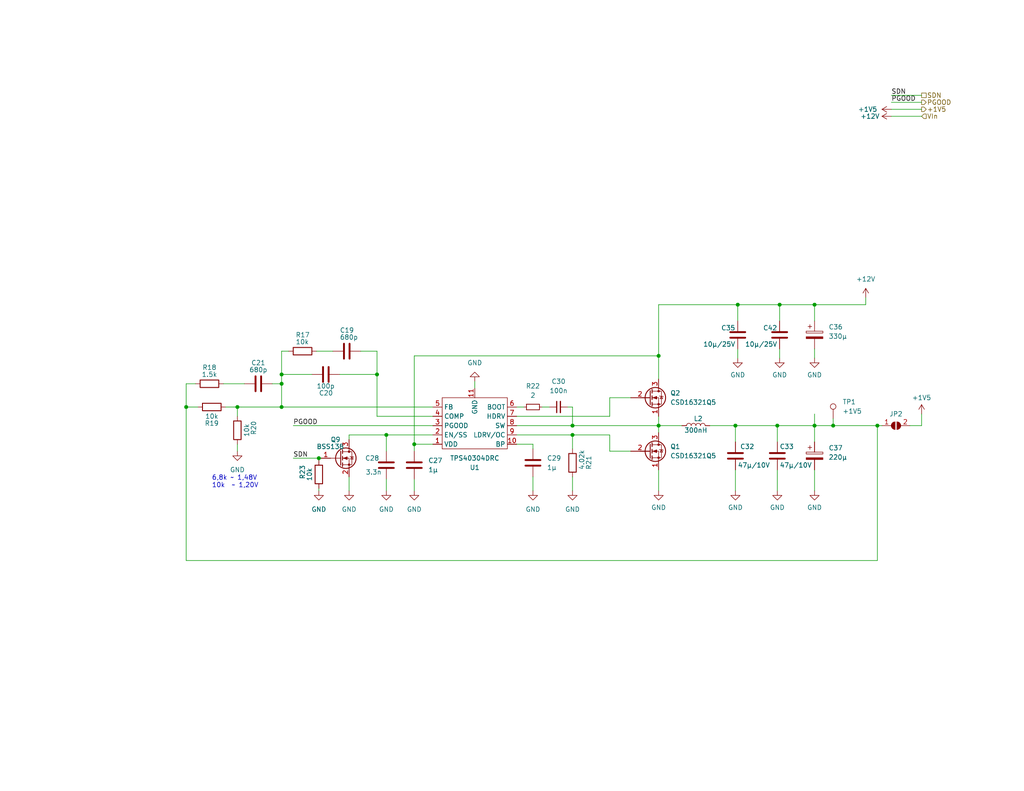
<source format=kicad_sch>
(kicad_sch (version 20230121) (generator eeschema)
  (paper "A")
  (title_block (title "BM1366 bitaxe") (date "2023-10-10") (rev "202"))
  (lib_symbols
    (symbol "Connector:TestPoint" (pin_numbers hide) (pin_names (offset 0.762) hide)
      (property "Reference" "TP" (at 0 6.858 0))
      (property "Value" "TestPoint" (at 0 5.08 0))
      (symbol "TestPoint_0_1"
        (circle (center 0 3.302) (radius 0.762))
      )
      (symbol "TestPoint_1_1"
        (pin passive line (at 0 0 90) (length 2.54) (name "1") (number "1"))
      )
    )
    (symbol "Device:C" (pin_numbers hide) (pin_names (offset 0.254))
      (property "Reference" "C" (at 0.635 2.54 0))
      (property "Value" "C" (at 0.635 -2.54 0))
      (symbol "C_0_1"
        (polyline (pts (xy -2.032 -0.762) (xy 2.032 -0.762)) (stroke (width 0.508)))
        (polyline (pts (xy -2.032 0.762) (xy 2.032 0.762)) (stroke (width 0.508)))
      )
      (symbol "C_1_1"
        (pin passive line (at 0 3.81 270) (length 2.794) (name "~") (number "1"))
        (pin passive line (at 0 -3.81 90) (length 2.794) (name "~") (number "2"))
      )
    )
    (symbol "Device:C_Polarized" (pin_numbers hide) (pin_names (offset 0.254))
      (property "Reference" "C" (at 0.635 2.54 0))
      (property "Value" "C_Polarized" (at 0.635 -2.54 0))
      (symbol "C_Polarized_0_1"
        (rectangle (start -2.286 0.508) (end 2.286 1.016))
        (polyline (pts (xy -1.778 2.286) (xy -0.762 2.286)))
        (polyline (pts (xy -1.27 2.794) (xy -1.27 1.778)))
        (rectangle (start 2.286 -0.508) (end -2.286 -1.016) (fill (type outline)))
      )
      (symbol "C_Polarized_1_1"
        (pin passive line (at 0 3.81 270) (length 2.794) (name "~") (number "1"))
        (pin passive line (at 0 -3.81 90) (length 2.794) (name "~") (number "2"))
      )
    )
    (symbol "Device:C_Small" (pin_numbers hide) (pin_names (offset 0.254) hide)
      (property "Reference" "C" (at 0.254 1.778 0))
      (property "Value" "C_Small" (at 0.254 -2.032 0))
      (symbol "C_Small_0_1"
        (polyline (pts (xy -1.524 -0.508) (xy 1.524 -0.508)) (stroke (width 0.3302)))
        (polyline (pts (xy -1.524 0.508) (xy 1.524 0.508)) (stroke (width 0.3048)))
      )
      (symbol "C_Small_1_1"
        (pin passive line (at 0 2.54 270) (length 2.032) (name "~") (number "1"))
        (pin passive line (at 0 -2.54 90) (length 2.032) (name "~") (number "2"))
      )
    )
    (symbol "Device:L" (pin_numbers hide) (pin_names (offset 1.016) hide)
      (property "Reference" "L" (at -1.27 0 90))
      (property "Value" "L" (at 1.905 0 90))
      (symbol "L_0_1"
        (arc (start 0 -2.54) (mid 0.6323 -1.905) (end 0 -1.27))
        (arc (start 0 -1.27) (mid 0.6323 -0.635) (end 0 0))
        (arc (start 0 0) (mid 0.6323 0.635) (end 0 1.27))
        (arc (start 0 1.27) (mid 0.6323 1.905) (end 0 2.54))
      )
      (symbol "L_1_1"
        (pin passive line (at 0 3.81 270) (length 1.27) (name "1") (number "1"))
        (pin passive line (at 0 -3.81 90) (length 1.27) (name "2") (number "2"))
      )
    )
    (symbol "Device:Q_NMOS_SGD" (pin_names (offset 0) hide)
      (property "Reference" "Q" (at 5.08 1.27 0))
      (property "Value" "Q_NMOS_SGD" (at 5.08 -1.27 0))
      (symbol "Q_NMOS_SGD_0_1"
        (polyline (pts (xy 0.254 0) (xy -2.54 0)))
        (polyline (pts (xy 0.254 1.905) (xy 0.254 -1.905)) (stroke (width 0.254)))
        (polyline (pts (xy 0.762 -1.27) (xy 0.762 -2.286)) (stroke (width 0.254)))
        (polyline (pts (xy 0.762 0.508) (xy 0.762 -0.508)) (stroke (width 0.254)))
        (polyline (pts (xy 0.762 2.286) (xy 0.762 1.27)) (stroke (width 0.254)))
        (polyline (pts (xy 2.54 2.54) (xy 2.54 1.778)))
        (polyline (pts (xy 2.54 -2.54) (xy 2.54 0) (xy 0.762 0)))
        (polyline (pts (xy 0.762 -1.778) (xy 3.302 -1.778) (xy 3.302 1.778) (xy 0.762 1.778)))
        (polyline (pts (xy 1.016 0) (xy 2.032 0.381) (xy 2.032 -0.381) (xy 1.016 0)) (fill (type outline)))
        (polyline (pts (xy 2.794 0.508) (xy 2.921 0.381) (xy 3.683 0.381) (xy 3.81 0.254)))
        (polyline (pts (xy 3.302 0.381) (xy 2.921 -0.254) (xy 3.683 -0.254) (xy 3.302 0.381)))
        (circle (center 1.651 0) (radius 2.794) (stroke (width 0.254)))
        (circle (center 2.54 -1.778) (radius 0.254) (fill (type outline)))
        (circle (center 2.54 1.778) (radius 0.254) (fill (type outline)))
      )
      (symbol "Q_NMOS_SGD_1_1"
        (pin passive line (at 2.54 -5.08 90) (length 2.54) (name "S") (number "1"))
        (pin input line (at -5.08 0 0) (length 5.08) (name "G") (number "2"))
        (pin passive line (at 2.54 5.08 270) (length 2.54) (name "D") (number "3"))
      )
    )
    (symbol "Device:R" (pin_numbers hide) (pin_names (offset 0))
      (property "Reference" "R" (at 2.032 0 90))
      (property "Value" "R" (at 0 0 90))
      (symbol "R_0_1"
        (rectangle (start -1.016 -2.54) (end 1.016 2.54) (stroke (width 0.254)))
      )
      (symbol "R_1_1"
        (pin passive line (at 0 3.81 270) (length 1.27) (name "~") (number "1"))
        (pin passive line (at 0 -3.81 90) (length 1.27) (name "~") (number "2"))
      )
    )
    (symbol "Device:R_Small" (pin_numbers hide) (pin_names (offset 0.254) hide)
      (property "Reference" "R" (at 0.762 0.508 0))
      (property "Value" "R_Small" (at 0.762 -1.016 0))
      (symbol "R_Small_0_1"
        (rectangle (start -0.762 1.778) (end 0.762 -1.778) (stroke (width 0.2032)))
      )
      (symbol "R_Small_1_1"
        (pin passive line (at 0 2.54 270) (length 0.762) (name "~") (number "1"))
        (pin passive line (at 0 -2.54 90) (length 0.762) (name "~") (number "2"))
      )
    )
    (symbol "Jumper:SolderJumper_2_Open" (pin_names (offset 0) hide)
      (property "Reference" "JP" (at 0 2.032 0))
      (property "Value" "SolderJumper_2_Open" (at 0 -2.54 0))
      (symbol "SolderJumper_2_Open_0_1"
        (arc (start -0.254 1.016) (mid -1.2656 0) (end -0.254 -1.016))
        (arc (start -0.254 1.016) (mid -1.2656 0) (end -0.254 -1.016) (fill (type outline)))
        (polyline (pts (xy -0.254 1.016) (xy -0.254 -1.016)))
        (polyline (pts (xy 0.254 1.016) (xy 0.254 -1.016)))
        (arc (start 0.254 -1.016) (mid 1.2656 0) (end 0.254 1.016))
        (arc (start 0.254 -1.016) (mid 1.2656 0) (end 0.254 1.016) (fill (type outline)))
      )
      (symbol "SolderJumper_2_Open_1_1"
        (pin passive line (at -3.81 0 0) (length 2.54) (name "A") (number "1"))
        (pin passive line (at 3.81 0 180) (length 2.54) (name "B") (number "2"))
      )
    )
    (symbol "Transistor_FET:BSS138" (pin_names hide)
      (property "Reference" "Q" (at 5.08 1.905 0))
      (property "Value" "BSS138" (at 5.08 0 0))
      (symbol "BSS138_0_1"
        (polyline (pts (xy 0.254 0) (xy -2.54 0)))
        (polyline (pts (xy 0.254 1.905) (xy 0.254 -1.905)) (stroke (width 0.254)))
        (polyline (pts (xy 0.762 -1.27) (xy 0.762 -2.286)) (stroke (width 0.254)))
        (polyline (pts (xy 0.762 0.508) (xy 0.762 -0.508)) (stroke (width 0.254)))
        (polyline (pts (xy 0.762 2.286) (xy 0.762 1.27)) (stroke (width 0.254)))
        (polyline (pts (xy 2.54 2.54) (xy 2.54 1.778)))
        (polyline (pts (xy 2.54 -2.54) (xy 2.54 0) (xy 0.762 0)))
        (polyline (pts (xy 0.762 -1.778) (xy 3.302 -1.778) (xy 3.302 1.778) (xy 0.762 1.778)))
        (polyline (pts (xy 1.016 0) (xy 2.032 0.381) (xy 2.032 -0.381) (xy 1.016 0)) (fill (type outline)))
        (polyline (pts (xy 2.794 0.508) (xy 2.921 0.381) (xy 3.683 0.381) (xy 3.81 0.254)))
        (polyline (pts (xy 3.302 0.381) (xy 2.921 -0.254) (xy 3.683 -0.254) (xy 3.302 0.381)))
        (circle (center 1.651 0) (radius 2.794) (stroke (width 0.254)))
        (circle (center 2.54 -1.778) (radius 0.254) (fill (type outline)))
        (circle (center 2.54 1.778) (radius 0.254) (fill (type outline)))
      )
      (symbol "BSS138_1_1"
        (pin input line (at -5.08 0 0) (length 2.54) (name "G") (number "1"))
        (pin passive line (at 2.54 -5.08 90) (length 2.54) (name "S") (number "2"))
        (pin passive line (at 2.54 5.08 270) (length 2.54) (name "D") (number "3"))
      )
    )
    (symbol "mylib7:TPS40304"
      (property "Reference" "U1" (at 0 11.43 0))
      (property "Value" "TPS40304DRC" (at 0 8.89 0))
      (symbol "TPS40304_0_1"
        (rectangle (start -8.89 6.35) (end 8.89 -7.62))
      )
      (symbol "TPS40304_1_1"
        (pin power_in line (at -11.43 5.08 0) (length 2.54) (name "VDD") (number "1"))
        (pin output line (at 11.43 5.08 180) (length 2.54) (name "BP") (number "10"))
        (pin output line (at 0 -10.16 90) (length 2.54) (name "GND") (number "11"))
        (pin input line (at -11.43 2.54 0) (length 2.54) (name "EN/SS") (number "2"))
        (pin open_collector line (at -11.43 0 0) (length 2.54) (name "PGOOD") (number "3"))
        (pin output line (at -11.43 -2.54 0) (length 2.54) (name "COMP") (number "4"))
        (pin input line (at -11.43 -5.08 0) (length 2.54) (name "FB") (number "5"))
        (pin input line (at 11.43 -5.08 180) (length 2.54) (name "BOOT") (number "6"))
        (pin output line (at 11.43 -2.54 180) (length 2.54) (name "HDRV") (number "7"))
        (pin output line (at 11.43 0 180) (length 2.54) (name "SW") (number "8"))
        (pin output line (at 11.43 2.54 180) (length 2.54) (name "LDRV/OC") (number "9"))
      )
    )
    (symbol "power:+12V" (power) (pin_names (offset 0))
      (property "Value" "+12V" (at 0 3.556 0))
      (symbol "+12V_0_1"
        (polyline (pts (xy -0.762 1.27) (xy 0 2.54)))
        (polyline (pts (xy 0 0) (xy 0 2.54)))
        (polyline (pts (xy 0 2.54) (xy 0.762 1.27)))
      )
      (symbol "+12V_1_1"
        (pin power_in line (at 0 0 90) (length 0) hide (name "+12V") (number "1"))
      )
    )
    (symbol "power:+1V5" (power) (pin_names (offset 0))
      (property "Value" "+1V5" (at 0 3.556 0))
      (symbol "+1V5_0_1"
        (polyline (pts (xy -0.762 1.27) (xy 0 2.54)))
        (polyline (pts (xy 0 0) (xy 0 2.54)))
        (polyline (pts (xy 0 2.54) (xy 0.762 1.27)))
      )
      (symbol "+1V5_1_1"
        (pin power_in line (at 0 0 90) (length 0) hide (name "+1V5") (number "1"))
      )
    )
    (symbol "power:GND" (power) (pin_names (offset 0))
      (property "Value" "GND" (at 0 -3.81 0))
      (symbol "GND_0_1"
        (polyline (pts (xy 0 0) (xy 0 -1.27) (xy 1.27 -1.27) (xy 0 -2.54) (xy -1.27 -1.27) (xy 0 -1.27)))
      )
      (symbol "GND_1_1"
        (pin power_in line (at 0 0 270) (length 0) hide (name "GND") (number "1"))
      )
    )
  )
  (junction (at 200.66 116.205))
  (junction (at 76.835 102.235))
  (junction (at 76.835 111.125))
  (junction (at 113.03 121.285))
  (junction (at 76.835 104.775))
  (junction (at 156.21 116.205))
  (junction (at 212.725 83.185))
  (junction (at 50.8 111.125))
  (junction (at 105.41 118.745))
  (junction (at 212.09 116.205))
  (junction (at 102.87 102.235))
  (junction (at 179.705 116.205))
  (junction (at 222.25 116.205))
  (junction (at 179.705 97.155))
  (junction (at 222.25 83.185))
  (junction (at 86.995 125.095))
  (junction (at 239.395 116.205))
  (junction (at 156.21 118.745))
  (junction (at 201.295 83.185))
  (junction (at 227.33 116.205))
  (junction (at 64.77 111.125))
  (wire (pts (xy 64.77 113.665) (xy 64.77 111.125)))
  (wire (pts (xy 156.21 116.205) (xy 179.705 116.205)))
  (wire (pts (xy 200.66 116.205) (xy 212.09 116.205)))
  (wire (pts (xy 102.87 102.235) (xy 102.87 95.885)))
  (wire (pts (xy 193.675 116.205) (xy 200.66 116.205)))
  (wire (pts (xy 140.97 121.285) (xy 145.415 121.285)))
  (wire (pts (xy 243.205 27.94) (xy 251.46 27.94)))
  (wire (pts (xy 156.21 130.175) (xy 156.21 133.985)))
  (wire (pts (xy 118.11 118.745) (xy 105.41 118.745)))
  (wire (pts (xy 222.25 95.25) (xy 222.25 97.79)))
  (wire (pts (xy 212.09 116.205) (xy 212.09 120.65)))
  (wire (pts (xy 179.705 83.185) (xy 179.705 97.155)))
  (wire (pts (xy 80.01 125.095) (xy 86.995 125.095)))
  (wire (pts (xy 200.66 128.27) (xy 200.66 133.985)))
  (wire (pts (xy 227.33 114.3) (xy 227.33 116.205)))
  (wire (pts (xy 212.09 128.27) (xy 212.09 133.985)))
  (wire (pts (xy 113.03 121.285) (xy 113.03 123.19)))
  (wire (pts (xy 248.285 116.205) (xy 251.46 116.205)))
  (wire (pts (xy 239.395 116.205) (xy 227.33 116.205)))
  (wire (pts (xy 179.705 97.155) (xy 179.705 103.505)))
  (wire (pts (xy 145.415 121.285) (xy 145.415 122.555)))
  (wire (pts (xy 243.205 29.845) (xy 251.46 29.845)))
  (wire (pts (xy 76.835 102.235) (xy 85.09 102.235)))
  (wire (pts (xy 118.11 113.665) (xy 102.87 113.665)))
  (wire (pts (xy 222.25 83.185) (xy 222.25 87.63)))
  (wire (pts (xy 76.835 104.775) (xy 76.835 111.125)))
  (wire (pts (xy 61.595 111.125) (xy 64.77 111.125)))
  (wire (pts (xy 236.22 81.28) (xy 236.22 83.185)))
  (wire (pts (xy 50.8 104.775) (xy 53.34 104.775)))
  (wire (pts (xy 239.395 153.035) (xy 239.395 116.205)))
  (wire (pts (xy 179.705 116.205) (xy 179.705 118.11)))
  (wire (pts (xy 64.77 121.285) (xy 64.77 123.19)))
  (wire (pts (xy 222.25 116.205) (xy 222.25 120.65)))
  (wire (pts (xy 113.03 121.285) (xy 113.03 97.155)))
  (wire (pts (xy 140.97 111.125) (xy 142.875 111.125)))
  (wire (pts (xy 166.37 113.665) (xy 166.37 108.585)))
  (wire (pts (xy 179.705 133.985) (xy 179.705 128.27)))
  (wire (pts (xy 243.205 26.035) (xy 251.46 26.035)))
  (wire (pts (xy 201.295 83.185) (xy 212.725 83.185)))
  (wire (pts (xy 166.37 118.745) (xy 166.37 123.19)))
  (wire (pts (xy 50.8 111.125) (xy 50.8 104.775)))
  (wire (pts (xy 105.41 118.745) (xy 95.25 118.745)))
  (wire (pts (xy 95.25 130.175) (xy 95.25 133.985)))
  (wire (pts (xy 95.25 118.745) (xy 95.25 120.015)))
  (wire (pts (xy 86.995 125.095) (xy 86.995 125.73)))
  (wire (pts (xy 86.36 95.885) (xy 90.805 95.885)))
  (wire (pts (xy 156.21 118.745) (xy 166.37 118.745)))
  (wire (pts (xy 236.22 83.185) (xy 222.25 83.185)))
  (wire (pts (xy 113.03 130.81) (xy 113.03 133.985)))
  (wire (pts (xy 239.395 116.205) (xy 240.665 116.205)))
  (wire (pts (xy 113.03 97.155) (xy 179.705 97.155)))
  (wire (pts (xy 201.295 95.25) (xy 201.295 97.79)))
  (wire (pts (xy 64.77 111.125) (xy 76.835 111.125)))
  (wire (pts (xy 156.21 118.745) (xy 140.97 118.745)))
  (wire (pts (xy 50.8 153.035) (xy 50.8 111.125)))
  (wire (pts (xy 78.74 95.885) (xy 76.835 95.885)))
  (wire (pts (xy 179.705 83.185) (xy 201.295 83.185)))
  (wire (pts (xy 179.705 113.665) (xy 179.705 116.205)))
  (wire (pts (xy 74.295 104.775) (xy 76.835 104.775)))
  (wire (pts (xy 222.25 128.27) (xy 222.25 133.985)))
  (wire (pts (xy 60.96 104.775) (xy 66.675 104.775)))
  (wire (pts (xy 154.94 111.125) (xy 156.21 111.125)))
  (wire (pts (xy 102.87 113.665) (xy 102.87 102.235)))
  (wire (pts (xy 145.415 130.175) (xy 145.415 133.985)))
  (wire (pts (xy 76.835 102.235) (xy 76.835 104.775)))
  (wire (pts (xy 243.205 31.75) (xy 251.46 31.75)))
  (wire (pts (xy 118.11 121.285) (xy 113.03 121.285)))
  (wire (pts (xy 179.705 116.205) (xy 186.055 116.205)))
  (wire (pts (xy 76.835 95.885) (xy 76.835 102.235)))
  (wire (pts (xy 50.8 153.035) (xy 239.395 153.035)))
  (wire (pts (xy 201.295 83.185) (xy 201.295 87.63)))
  (wire (pts (xy 212.725 95.25) (xy 212.725 97.79)))
  (wire (pts (xy 86.995 133.985) (xy 86.995 133.35)))
  (wire (pts (xy 212.09 116.205) (xy 222.25 116.205)))
  (wire (pts (xy 102.87 95.885) (xy 98.425 95.885)))
  (wire (pts (xy 166.37 108.585) (xy 172.085 108.585)))
  (wire (pts (xy 251.46 116.205) (xy 251.46 113.03)))
  (wire (pts (xy 105.41 118.745) (xy 105.41 123.19)))
  (wire (pts (xy 156.21 122.555) (xy 156.21 118.745)))
  (wire (pts (xy 76.835 111.125) (xy 118.11 111.125)))
  (wire (pts (xy 166.37 123.19) (xy 172.085 123.19)))
  (wire (pts (xy 140.97 116.205) (xy 156.21 116.205)))
  (wire (pts (xy 156.21 111.125) (xy 156.21 116.205)))
  (wire (pts (xy 140.97 113.665) (xy 166.37 113.665)))
  (wire (pts (xy 87.63 125.095) (xy 86.995 125.095)))
  (wire (pts (xy 147.955 111.125) (xy 149.86 111.125)))
  (wire (pts (xy 227.33 116.205) (xy 222.25 116.205)))
  (wire (pts (xy 222.25 113.03) (xy 222.25 116.205)))
  (wire (pts (xy 80.01 116.205) (xy 118.11 116.205)))
  (wire (pts (xy 92.71 102.235) (xy 102.87 102.235)))
  (wire (pts (xy 53.975 111.125) (xy 50.8 111.125)))
  (wire (pts (xy 212.725 83.185) (xy 212.725 87.63)))
  (wire (pts (xy 129.54 104.14) (xy 129.54 106.045)))
  (wire (pts (xy 212.725 83.185) (xy 222.25 83.185)))
  (wire (pts (xy 105.41 130.81) (xy 105.41 133.985)))
  (wire (pts (xy 200.66 116.205) (xy 200.66 120.65)))
  (text "6,8k ~ 1,48V\n10k  ~ 1,20V" (at 57.785 133.35 0) (effects (font (size 1.27 1.27)) (justify left bottom)))
  (label "PGOOD" (at 243.205 27.94 0))
  (label "PGOOD" (at 80.01 116.205 0))
  (label "SDN" (at 243.205 26.035 0))
  (label "SDN" (at 80.01 125.095 0))
  (hierarchical_label "+1V5" (shape output) (at 251.46 29.845 0))
  (hierarchical_label "VIn" (shape input) (at 251.46 31.75 0))
  (hierarchical_label "PGOOD" (shape output) (at 251.46 27.94 0))
  (hierarchical_label "SDN" (shape passive) (at 251.46 26.035 0))
  (symbol (lib_id "power:GND") (at 212.09 133.985 0) (unit 1)
    (property "Reference" "#PWR079" (effects hide))
    (property "Value" "GND" (at 212.09 138.557 0))
  )
  (symbol (lib_id "power:GND") (at 113.03 133.985 0) (unit 1)
    (property "Reference" "#PWR073" (effects hide))
    (property "Value" "GND" (at 113.03 139.065 0))
  )
  (symbol (lib_id "Device:C") (at 212.09 124.46 0) (unit 1)
    (property "Reference" "C33" (at 212.725 121.92 0) (effects (justify left)))
    (property "Value" "47µ/10V" (at 212.725 127 0) (effects (justify left)))
    (property "Footprint" "Capacitor_SMD:C_1206_3216Metric" (effects hide))
  )
  (symbol (lib_id "Device:C") (at 200.66 124.46 0) (unit 1)
    (property "Reference" "C32" (at 201.93 121.92 0) (effects (justify left)))
    (property "Value" "47µ/10V" (at 201.295 127 0) (effects (justify left)))
    (property "Footprint" "Capacitor_SMD:C_1206_3216Metric" (effects hide))
  )
  (symbol (lib_id "Device:C") (at 201.295 91.44 0) (unit 1)
    (property "Reference" "C35" (at 200.66 89.535 0) (effects (justify right)))
    (property "Value" "10µ/25V" (at 200.66 93.98 0) (effects (justify right)))
    (property "Footprint" "Capacitor_SMD:C_1206_3216Metric" (effects hide))
  )
  (symbol (lib_id "Device:C") (at 94.615 95.885 270) (mirror x) (unit 1)
    (property "Reference" "C19" (at 92.71 90.17 90) (effects (justify left)))
    (property "Value" "680p" (at 92.71 92.075 90) (effects (justify left)))
    (property "Footprint" "Capacitor_SMD:C_0805_2012Metric" (effects hide))
  )
  (symbol (lib_id "Device:R") (at 57.15 104.775 90) (unit 1)
    (property "Reference" "R18" (at 57.15 100.33 90))
    (property "Value" "1.5k" (at 57.15 102.235 90))
    (property "Footprint" "Resistor_SMD:R_0805_2012Metric" (effects hide))
  )
  (symbol (lib_id "power:GND") (at 222.25 133.985 0) (unit 1)
    (property "Reference" "#PWR080" (effects hide))
    (property "Value" "GND" (at 222.25 138.557 0))
  )
  (symbol (lib_id "Device:C") (at 145.415 126.365 0) (unit 1)
    (property "Reference" "C29" (at 149.225 125.095 0) (effects (justify left)))
    (property "Value" "1µ" (at 149.225 127.635 0) (effects (justify left)))
    (property "Footprint" "Capacitor_SMD:C_0805_2012Metric" (effects hide))
  )
  (symbol (lib_id "Device:C") (at 88.9 102.235 270) (unit 1)
    (property "Reference" "C20" (at 86.995 107.315 90) (effects (justify left)))
    (property "Value" "100p" (at 86.36 105.41 90) (effects (justify left)))
    (property "Footprint" "Capacitor_SMD:C_0805_2012Metric" (effects hide))
  )
  (symbol (lib_id "Connector:TestPoint") (at 227.33 114.3 0) (unit 1)
    (property "Reference" "TP1" (at 229.87 109.728 0) (effects (justify left)))
    (property "Value" "+1V5" (at 229.87 112.268 0) (effects (justify left)))
    (property "Footprint" "TestPoint:TestPoint_Pad_D2.0mm" (effects hide))
    (property "Distributor" "-" (effects hide))
  )
  (symbol (lib_id "Device:C_Polarized") (at 222.25 124.46 0) (unit 1)
    (property "Reference" "C37" (at 226.06 122.301 0) (effects (justify left)))
    (property "Value" "220µ" (at 226.06 124.841 0) (effects (justify left)))
    (property "Footprint" "Capacitor_SMD:CP_Elec_5x5.8" (effects hide))
    (property "Distributor" "D" (effects hide))
    (property "Manufacturer" "EEE-FT0J221AR" (effects hide))
    (property "OrderNr" "P15078CT-ND" (effects hide))
  )
  (symbol (lib_id "Device:C") (at 113.03 127 0) (unit 1)
    (property "Reference" "C27" (at 116.84 125.73 0) (effects (justify left)))
    (property "Value" "1µ" (at 116.84 128.27 0) (effects (justify left)))
    (property "Footprint" "Capacitor_SMD:C_0805_2012Metric" (effects hide))
  )
  (symbol (lib_id "power:GND") (at 179.705 133.985 0) (unit 1)
    (property "Reference" "#PWR077" (effects hide))
    (property "Value" "GND" (at 179.705 138.557 0))
  )
  (symbol (lib_id "power:+12V") (at 236.22 81.28 0) (unit 1)
    (property "Reference" "#PWR09" (effects hide))
    (property "Value" "+12V" (at 236.22 76.2 0))
  )
  (symbol (lib_id "Device:R_Small") (at 145.415 111.125 90) (unit 1)
    (property "Reference" "R22" (at 145.415 105.41 90))
    (property "Value" "2" (at 145.415 107.95 90))
    (property "Footprint" "Resistor_SMD:R_1206_3216Metric" (effects hide))
  )
  (symbol (lib_id "power:GND") (at 201.295 97.79 0) (unit 1)
    (property "Reference" "#PWR083" (effects hide))
    (property "Value" "GND" (at 201.295 102.362 0))
  )
  (symbol (lib_id "mylib7:TPS40304") (at 129.54 116.205 0) (mirror x) (unit 1)
    (property "Reference" "U1" (at 129.54 127.635 0))
    (property "Value" "TPS40304DRC" (at 129.54 125.095 0))
    (property "Footprint" "Package_SON:VSON-10-1EP_3x3mm_P0.5mm_EP1.65x2.4mm_ThermalVias" (effects hide))
    (property "Distributor" "D" (effects hide))
    (property "Manufacturer" "TPS40304DRCR" (effects hide))
    (property "OrderNr" "296-39399-1-ND" (effects hide))
  )
  (symbol (lib_id "Device:L") (at 189.865 116.205 90) (unit 1)
    (property "Reference" "L2" (at 190.5 114.3 90))
    (property "Value" "300nH" (at 189.865 117.475 90))
    (property "Footprint" "Inductor_SMD:L_Bourns_SRP7028A_7.3x6.6mm" (effects hide))
    (property "Distributor" "D" (effects hide))
    (property "Manufacturer" "MPXV1D0630LR33" (effects hide))
    (property "OrderNr" "399-MPXV1D0630LR33CT-ND" (effects hide))
  )
  (symbol (lib_id "Device:R") (at 57.785 111.125 90) (mirror x) (unit 1)
    (property "Reference" "R19" (at 57.785 115.57 90))
    (property "Value" "10k" (at 57.785 113.665 90))
    (property "Footprint" "Resistor_SMD:R_0805_2012Metric" (effects hide))
  )
  (symbol (lib_id "Device:C") (at 105.41 127 0) (mirror y) (unit 1)
    (property "Reference" "C28" (at 103.505 125.095 0) (effects (justify left)))
    (property "Value" "3.3n" (at 104.14 128.905 0) (effects (justify left)))
    (property "Footprint" "Capacitor_SMD:C_0805_2012Metric" (effects hide))
  )
  (symbol (lib_id "Device:R") (at 156.21 126.365 0) (unit 1)
    (property "Reference" "R21" (at 160.655 128.27 90) (effects (justify left)))
    (property "Value" "4.02k" (at 158.75 128.27 90) (effects (justify left)))
    (property "Footprint" "Resistor_SMD:R_0805_2012Metric" (effects hide))
  )
  (symbol (lib_id "Device:Q_NMOS_SGD") (at 177.165 108.585 0) (unit 1)
    (property "Reference" "Q2" (at 182.88 107.315 0) (effects (justify left)))
    (property "Value" "CSD16321Q5" (at 182.88 109.855 0) (effects (justify left)))
    (property "Footprint" "Package_SON:VSONP-8-1EP_5x6_P1.27mm" (effects hide))
    (property "Distributor" "D" (effects hide))
    (property "Manufacturer" "CSD16321Q5" (effects hide))
    (property "OrderNr" "296-24517-1-ND" (effects hide))
  )
  (symbol (lib_id "Transistor_FET:BSS138") (at 92.71 125.095 0) (unit 1)
    (property "Reference" "Q9" (at 90.17 120.015 0) (effects (justify left)))
    (property "Value" "BSS138" (at 86.36 121.92 0) (effects (justify left)))
    (property "Footprint" "Package_TO_SOT_SMD:SOT-23" (effects hide))
    (property "Datasheet" "https://www.onsemi.com/pub/Collateral/BSS138-D.PDF" (effects hide))
  )
  (symbol (lib_id "Device:R") (at 82.55 95.885 270) (mirror x) (unit 1)
    (property "Reference" "R17" (at 80.645 91.44 90) (effects (justify left)))
    (property "Value" "10k" (at 80.645 93.345 90) (effects (justify left)))
    (property "Footprint" "Resistor_SMD:R_0805_2012Metric" (effects hide))
  )
  (symbol (lib_id "power:+1V5") (at 243.205 29.845 90) (unit 1)
    (property "Reference" "#PWR018" (effects hide))
    (property "Value" "+1V5" (at 239.395 29.845 90) (effects (justify left)))
  )
  (symbol (lib_id "power:GND") (at 86.995 133.985 0) (unit 1)
    (property "Reference" "#PWR082" (effects hide))
    (property "Value" "GND" (at 86.995 139.065 0))
  )
  (symbol (lib_id "Device:C_Polarized") (at 222.25 91.44 0) (unit 1)
    (property "Reference" "C36" (at 226.06 89.281 0) (effects (justify left)))
    (property "Value" "330µ" (at 226.06 91.821 0) (effects (justify left)))
    (property "Footprint" "Capacitor_SMD:CP_Elec_8x10" (effects hide))
    (property "Distributor" "D" (effects hide))
    (property "Manufacturer" "EEE-FP1E331AP" (effects hide))
    (property "OrderNr" "PCE4439CT-ND" (effects hide))
  )
  (symbol (lib_id "Device:C") (at 212.725 91.44 0) (unit 1)
    (property "Reference" "C42" (at 212.09 89.535 0) (effects (justify right)))
    (property "Value" "10µ/25V" (at 212.09 93.98 0) (effects (justify right)))
    (property "Footprint" "Capacitor_SMD:C_1206_3216Metric" (effects hide))
  )
  (symbol (lib_id "Device:R") (at 64.77 117.475 0) (mirror x) (unit 1)
    (property "Reference" "R20" (at 69.215 116.84 90))
    (property "Value" "10k" (at 67.31 117.475 90))
    (property "Footprint" "Resistor_SMD:R_0805_2012Metric" (effects hide))
  )
  (symbol (lib_id "Device:C") (at 70.485 104.775 90) (unit 1)
    (property "Reference" "C21" (at 70.485 99.06 90))
    (property "Value" "680p" (at 70.485 100.965 90))
    (property "Footprint" "Capacitor_SMD:C_0805_2012Metric" (effects hide))
  )
  (symbol (lib_id "Device:C_Small") (at 152.4 111.125 90) (unit 1)
    (property "Reference" "C30" (at 152.4063 104.14 90))
    (property "Value" "100n" (at 152.4063 106.68 90))
    (property "Footprint" "Capacitor_SMD:C_0805_2012Metric" (effects hide))
  )
  (symbol (lib_id "power:GND") (at 156.21 133.985 0) (unit 1)
    (property "Reference" "#PWR076" (effects hide))
    (property "Value" "GND" (at 156.21 139.065 0))
  )
  (symbol (lib_id "Jumper:SolderJumper_2_Open") (at 244.475 116.205 0) (unit 1)
    (property "Reference" "JP2" (at 244.475 113.03 0))
    (property "Value" "SolderJumper_2_Open" (effects hide))
    (property "Footprint" "myfootprints:SolderJumper1.0x4.5" (effects hide))
  )
  (symbol (lib_id "Device:R") (at 86.995 129.54 180) (unit 1)
    (property "Reference" "R23" (at 82.55 128.905 90))
    (property "Value" "10k" (at 84.455 129.54 90))
    (property "Footprint" "Resistor_SMD:R_0805_2012Metric" (effects hide))
  )
  (symbol (lib_id "power:GND") (at 212.725 97.79 0) (unit 1)
    (property "Reference" "#PWR084" (effects hide))
    (property "Value" "GND" (at 212.725 102.362 0))
  )
  (symbol (lib_id "power:GND") (at 105.41 133.985 0) (unit 1)
    (property "Reference" "#PWR074" (effects hide))
    (property "Value" "GND" (at 105.41 139.065 0))
  )
  (symbol (lib_id "power:GND") (at 64.77 123.19 0) (unit 1)
    (property "Reference" "#PWR072" (effects hide))
    (property "Value" "GND" (at 64.77 128.27 0))
  )
  (symbol (lib_id "Device:Q_NMOS_SGD") (at 177.165 123.19 0) (unit 1)
    (property "Reference" "Q1" (at 182.88 121.92 0) (effects (justify left)))
    (property "Value" "CSD16321Q5" (at 182.88 124.46 0) (effects (justify left)))
    (property "Footprint" "Package_SON:VSONP-8-1EP_5x6_P1.27mm" (effects hide))
    (property "Distributor" "D" (effects hide))
    (property "Manufacturer" "CSD16321Q5" (effects hide))
    (property "OrderNr" "296-24517-1-ND" (effects hide))
  )
  (symbol (lib_id "power:GND") (at 145.415 133.985 0) (unit 1)
    (property "Reference" "#PWR075" (effects hide))
    (property "Value" "GND" (at 145.415 139.065 0))
  )
  (symbol (lib_id "power:GND") (at 95.25 133.985 0) (unit 1)
    (property "Reference" "#PWR081" (effects hide))
    (property "Value" "GND" (at 95.25 139.065 0))
  )
  (symbol (lib_id "power:GND") (at 200.66 133.985 0) (unit 1)
    (property "Reference" "#PWR078" (effects hide))
    (property "Value" "GND" (at 200.66 138.557 0))
  )
  (symbol (lib_id "power:+1V5") (at 251.46 113.03 0) (unit 1)
    (property "Reference" "#PWR05" (effects hide))
    (property "Value" "+1V5" (at 251.46 108.585 0))
  )
  (symbol (lib_id "power:GND") (at 129.54 104.14 180) (unit 1)
    (property "Reference" "#PWR071" (effects hide))
    (property "Value" "GND" (at 129.54 99.06 0))
  )
  (symbol (lib_id "power:GND") (at 222.25 97.79 0) (unit 1)
    (property "Reference" "#PWR085" (effects hide))
    (property "Value" "GND" (at 222.25 102.362 0))
  )
  (symbol (lib_id "power:+12V") (at 243.205 31.75 90) (unit 1)
    (property "Reference" "#PWR011" (effects hide))
    (property "Value" "+12V" (at 240.03 31.75 90) (effects (justify left)))
  )
)
</source>
